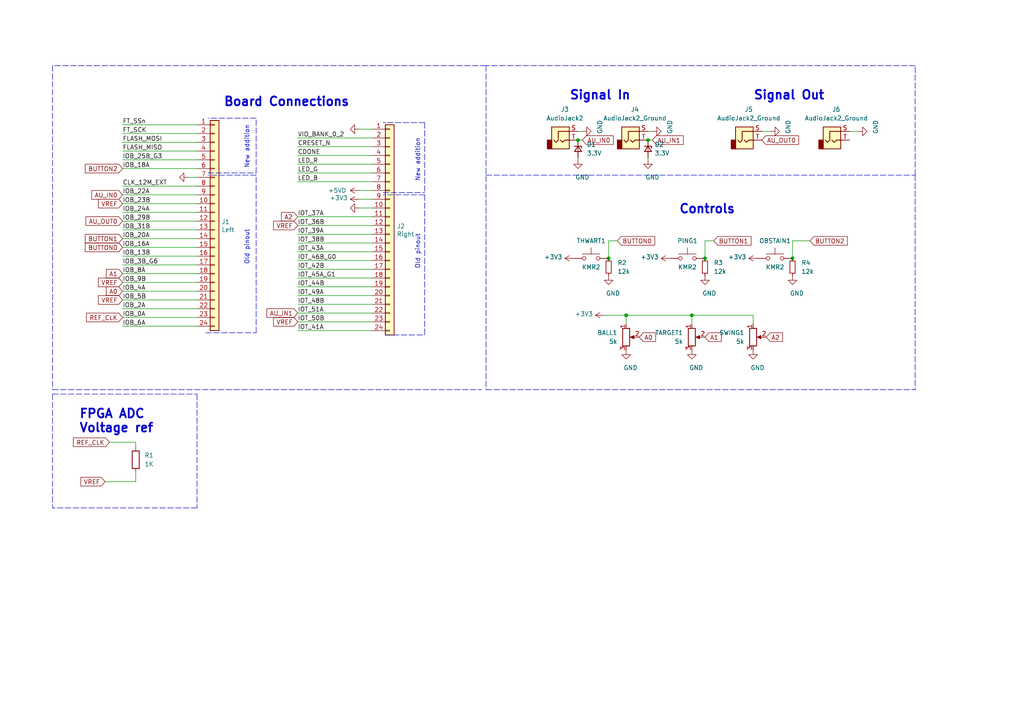
<source format=kicad_sch>
(kicad_sch (version 20210126) (generator eeschema)
  (paper "A4")
  (lib_symbols
    (symbol "Connector:AudioJack2"
      (property "Reference" "J" (at 0 8.89 0))
      (property "Value" "AudioJack2" (at 0 6.35 0))
      (symbol "AudioJack2_0_1"
        (rectangle (start -3.81 0) (end -2.54 -2.54) (stroke (width 0.254)) (fill (type outline)))
        (rectangle (start -2.54 3.81) (end 2.54 -2.54) (stroke (width 0.254)) (fill (type background)))
        (polyline (pts (xy 0 0) (xy 0.635 -0.635) (xy 1.27 0) (xy 2.54 0)) (stroke (width 0.254)))
        (polyline (pts (xy 2.54 2.54) (xy -0.635 2.54) (xy -0.635 0) (xy -1.27 -0.635) (xy -1.905 0)) (stroke (width 0.254)))
      )
      (symbol "AudioJack2_1_1"
        (pin passive line (at 5.08 2.54 180) (length 2.54) (name "~") (number "S"))
        (pin passive line (at 5.08 0 180) (length 2.54) (name "~") (number "T"))
      )
    )
    (symbol "Device:D_Zener_Small" (pin_numbers hide) (pin_names (offset 0.254) hide)
      (property "Reference" "D" (at 0 2.286 0))
      (property "Value" "D_Zener_Small" (at 0 -2.286 0))
      (symbol "D_Zener_Small_0_1"
        (polyline (pts (xy 0.762 0) (xy -0.762 0)))
        (polyline (pts (xy -0.254 1.016) (xy -0.762 1.016) (xy -0.762 -1.016)) (stroke (width 0.254)))
        (polyline (pts (xy 0.762 1.016) (xy -0.762 0) (xy 0.762 -1.016) (xy 0.762 1.016)) (stroke (width 0.254)))
      )
      (symbol "D_Zener_Small_1_1"
        (pin passive line (at -2.54 0 0) (length 1.778) (name "K") (number "1"))
        (pin passive line (at 2.54 0 180) (length 1.778) (name "A") (number "2"))
      )
    )
    (symbol "Device:R" (pin_numbers hide) (pin_names (offset 0))
      (property "Reference" "R" (at 2.032 0 90))
      (property "Value" "R" (at 0 0 90))
      (symbol "R_0_1"
        (rectangle (start -1.016 -2.54) (end 1.016 2.54) (stroke (width 0.254)))
      )
      (symbol "R_1_1"
        (pin passive line (at 0 3.81 270) (length 1.27) (name "~") (number "1"))
        (pin passive line (at 0 -3.81 90) (length 1.27) (name "~") (number "2"))
      )
    )
    (symbol "Device:R_Potentiometer" (pin_names (offset 1.016) hide)
      (property "Reference" "RV" (at -4.445 0 90))
      (property "Value" "R_Potentiometer" (at -2.54 0 90))
      (symbol "R_Potentiometer_0_1"
        (rectangle (start 1.016 2.54) (end -1.016 -2.54) (stroke (width 0.254)))
        (polyline (pts (xy 2.54 0) (xy 1.524 0)))
        (polyline (pts (xy 1.143 0) (xy 2.286 0.508) (xy 2.286 -0.508) (xy 1.143 0)) (fill (type outline)))
      )
      (symbol "R_Potentiometer_1_1"
        (pin passive line (at 0 3.81 270) (length 1.27) (name "1") (number "1"))
        (pin passive line (at 3.81 0 180) (length 1.27) (name "2") (number "2"))
        (pin passive line (at 0 -3.81 90) (length 1.27) (name "3") (number "3"))
      )
    )
    (symbol "Device:R_Small" (pin_numbers hide) (pin_names (offset 0.254) hide)
      (property "Reference" "R" (at 0.762 0.508 0))
      (property "Value" "R_Small" (at 0.762 -1.016 0))
      (symbol "R_Small_0_1"
        (rectangle (start -0.762 1.778) (end 0.762 -1.778) (stroke (width 0.2032)))
      )
      (symbol "R_Small_1_1"
        (pin passive line (at 0 2.54 270) (length 0.762) (name "~") (number "1"))
        (pin passive line (at 0 -2.54 90) (length 0.762) (name "~") (number "2"))
      )
    )
    (symbol "Switch:SW_Push" (pin_numbers hide) (pin_names (offset 1.016) hide)
      (property "Reference" "SW" (at 1.27 2.54 0))
      (property "Value" "SW_Push" (at 0 -1.524 0))
      (symbol "SW_Push_0_1"
        (circle (center -2.032 0) (radius 0.508))
        (circle (center 2.032 0) (radius 0.508))
        (polyline (pts (xy 0 1.27) (xy 0 3.048)))
        (polyline (pts (xy 2.54 1.27) (xy -2.54 1.27)))
        (pin passive line (at -5.08 0 0) (length 2.54) (name "1") (number "1"))
        (pin passive line (at 5.08 0 180) (length 2.54) (name "2") (number "2"))
      )
    )
    (symbol "UPduino_v3.0:Connector_Generic_Conn_01x24" (pin_names (offset 1.016) hide)
      (property "Reference" "J" (at 0 30.48 0))
      (property "Value" "Connector_Generic_Conn_01x24" (at 0 -33.02 0))
      (symbol "Connector_Generic_Conn_01x24_1_1"
        (rectangle (start -1.27 -30.353) (end 0 -30.607) (stroke (width 0.1524)))
        (rectangle (start -1.27 -27.813) (end 0 -28.067) (stroke (width 0.1524)))
        (rectangle (start -1.27 -25.273) (end 0 -25.527) (stroke (width 0.1524)))
        (rectangle (start -1.27 -22.733) (end 0 -22.987) (stroke (width 0.1524)))
        (rectangle (start -1.27 -20.193) (end 0 -20.447) (stroke (width 0.1524)))
        (rectangle (start -1.27 -17.653) (end 0 -17.907) (stroke (width 0.1524)))
        (rectangle (start -1.27 -15.113) (end 0 -15.367) (stroke (width 0.1524)))
        (rectangle (start -1.27 -12.573) (end 0 -12.827) (stroke (width 0.1524)))
        (rectangle (start -1.27 -10.033) (end 0 -10.287) (stroke (width 0.1524)))
        (rectangle (start -1.27 -7.493) (end 0 -7.747) (stroke (width 0.1524)))
        (rectangle (start -1.27 -4.953) (end 0 -5.207) (stroke (width 0.1524)))
        (rectangle (start -1.27 -2.413) (end 0 -2.667) (stroke (width 0.1524)))
        (rectangle (start -1.27 0.127) (end 0 -0.127) (stroke (width 0.1524)))
        (rectangle (start -1.27 2.667) (end 0 2.413) (stroke (width 0.1524)))
        (rectangle (start -1.27 5.207) (end 0 4.953) (stroke (width 0.1524)))
        (rectangle (start -1.27 7.747) (end 0 7.493) (stroke (width 0.1524)))
        (rectangle (start -1.27 10.287) (end 0 10.033) (stroke (width 0.1524)))
        (rectangle (start -1.27 12.827) (end 0 12.573) (stroke (width 0.1524)))
        (rectangle (start -1.27 15.367) (end 0 15.113) (stroke (width 0.1524)))
        (rectangle (start -1.27 17.907) (end 0 17.653) (stroke (width 0.1524)))
        (rectangle (start -1.27 20.447) (end 0 20.193) (stroke (width 0.1524)))
        (rectangle (start -1.27 22.987) (end 0 22.733) (stroke (width 0.1524)))
        (rectangle (start -1.27 25.527) (end 0 25.273) (stroke (width 0.1524)))
        (rectangle (start -1.27 28.067) (end 0 27.813) (stroke (width 0.1524)))
        (rectangle (start -1.27 29.21) (end 1.27 -31.75) (stroke (width 0.254)) (fill (type background)))
        (pin passive line (at -5.08 27.94 0) (length 3.81) (name "Pin_1") (number "1"))
        (pin passive line (at -5.08 5.08 0) (length 3.81) (name "Pin_10") (number "10"))
        (pin passive line (at -5.08 2.54 0) (length 3.81) (name "Pin_11") (number "11"))
        (pin passive line (at -5.08 0 0) (length 3.81) (name "Pin_12") (number "12"))
        (pin passive line (at -5.08 -2.54 0) (length 3.81) (name "Pin_13") (number "13"))
        (pin passive line (at -5.08 -5.08 0) (length 3.81) (name "Pin_14") (number "14"))
        (pin passive line (at -5.08 -7.62 0) (length 3.81) (name "Pin_15") (number "15"))
        (pin passive line (at -5.08 -10.16 0) (length 3.81) (name "Pin_16") (number "16"))
        (pin passive line (at -5.08 -12.7 0) (length 3.81) (name "Pin_17") (number "17"))
        (pin passive line (at -5.08 -15.24 0) (length 3.81) (name "Pin_18") (number "18"))
        (pin passive line (at -5.08 -17.78 0) (length 3.81) (name "Pin_19") (number "19"))
        (pin passive line (at -5.08 25.4 0) (length 3.81) (name "Pin_2") (number "2"))
        (pin passive line (at -5.08 -20.32 0) (length 3.81) (name "Pin_20") (number "20"))
        (pin passive line (at -5.08 -22.86 0) (length 3.81) (name "Pin_21") (number "21"))
        (pin passive line (at -5.08 -25.4 0) (length 3.81) (name "Pin_22") (number "22"))
        (pin passive line (at -5.08 -27.94 0) (length 3.81) (name "Pin_23") (number "23"))
        (pin passive line (at -5.08 -30.48 0) (length 3.81) (name "Pin_24") (number "24"))
        (pin passive line (at -5.08 22.86 0) (length 3.81) (name "Pin_3") (number "3"))
        (pin passive line (at -5.08 20.32 0) (length 3.81) (name "Pin_4") (number "4"))
        (pin passive line (at -5.08 17.78 0) (length 3.81) (name "Pin_5") (number "5"))
        (pin passive line (at -5.08 15.24 0) (length 3.81) (name "Pin_6") (number "6"))
        (pin passive line (at -5.08 12.7 0) (length 3.81) (name "Pin_7") (number "7"))
        (pin passive line (at -5.08 10.16 0) (length 3.81) (name "Pin_8") (number "8"))
        (pin passive line (at -5.08 7.62 0) (length 3.81) (name "Pin_9") (number "9"))
      )
    )
    (symbol "UPduino_v3.0:power_+3.3V" (power) (pin_names (offset 0))
      (property "Value" "power_+3.3V" (at 0 3.556 0))
      (symbol "power_+3.3V_0_1"
        (polyline (pts (xy -0.762 1.27) (xy 0 2.54)))
        (polyline (pts (xy 0 0) (xy 0 2.54)))
        (polyline (pts (xy 0 2.54) (xy 0.762 1.27)))
      )
      (symbol "power_+3.3V_1_1"
        (pin power_in line (at 0 0 90) (length 0) hide (name "+3V3") (number "1"))
      )
    )
    (symbol "UPduino_v3.0:power_+5VD" (power) (pin_names (offset 0))
      (property "Value" "power_+5VD" (at 0 3.556 0))
      (symbol "power_+5VD_0_1"
        (polyline (pts (xy -0.762 1.27) (xy 0 2.54)))
        (polyline (pts (xy 0 0) (xy 0 2.54)))
        (polyline (pts (xy 0 2.54) (xy 0.762 1.27)))
      )
      (symbol "power_+5VD_1_1"
        (pin power_in line (at 0 0 90) (length 0) hide (name "+5VD") (number "1"))
      )
    )
    (symbol "UPduino_v3.0:power_GND" (power) (pin_names (offset 0))
      (property "Value" "power_GND" (at 0 -3.81 0))
      (symbol "power_GND_0_1"
        (polyline (pts (xy 0 0) (xy 0 -1.27) (xy 1.27 -1.27) (xy 0 -2.54) (xy -1.27 -1.27) (xy 0 -1.27)))
      )
      (symbol "power_GND_1_1"
        (pin power_in line (at 0 0 270) (length 0) hide (name "GND") (number "1"))
      )
    )
    (symbol "power:GND" (power) (pin_names (offset 0))
      (property "Value" "GND" (at 0 -3.81 0))
      (symbol "GND_0_1"
        (polyline (pts (xy 0 0) (xy 0 -1.27) (xy 1.27 -1.27) (xy 0 -2.54) (xy -1.27 -1.27) (xy 0 -1.27)))
      )
      (symbol "GND_1_1"
        (pin power_in line (at 0 0 270) (length 0) hide (name "GND") (number "1"))
      )
    )
  )
  (junction (at 167.64 40.64) (diameter 0.9144))
  (junction (at 176.53 74.93) (diameter 0.9144))
  (junction (at 181.61 91.44) (diameter 0.9144))
  (junction (at 187.96 40.64) (diameter 0.9144))
  (junction (at 200.66 91.44) (diameter 0.9144))
  (junction (at 204.47 74.93) (diameter 0.9144))
  (junction (at 229.87 74.93) (diameter 0.9144))
  (wire (pts (xy 30.48 139.7) (xy 39.37 139.7)))
  (wire (pts (xy 31.75 128.27) (xy 39.37 128.27)))
  (wire (pts (xy 35.56 53.975) (xy 57.15 53.975)))
  (wire (pts (xy 39.37 128.27) (xy 39.37 129.54)))
  (wire (pts (xy 39.37 137.16) (xy 39.37 139.7)))
  (wire (pts (xy 57.15 36.195) (xy 35.56 36.195)))
  (wire (pts (xy 57.15 38.735) (xy 35.56 38.735)))
  (wire (pts (xy 57.15 41.275) (xy 35.56 41.275)))
  (wire (pts (xy 57.15 43.815) (xy 35.56 43.815)))
  (wire (pts (xy 57.15 46.355) (xy 35.56 46.355)))
  (wire (pts (xy 57.15 48.895) (xy 35.56 48.895)))
  (wire (pts (xy 57.15 51.435) (xy 54.61 51.435)))
  (wire (pts (xy 57.15 56.515) (xy 35.56 56.515)))
  (wire (pts (xy 57.15 59.055) (xy 35.56 59.055)))
  (wire (pts (xy 57.15 61.595) (xy 35.56 61.595)))
  (wire (pts (xy 57.15 64.135) (xy 35.56 64.135)))
  (wire (pts (xy 57.15 66.675) (xy 35.56 66.675)))
  (wire (pts (xy 57.15 69.215) (xy 35.56 69.215)))
  (wire (pts (xy 57.15 71.755) (xy 35.56 71.755)))
  (wire (pts (xy 57.15 74.295) (xy 35.56 74.295)))
  (wire (pts (xy 57.15 76.835) (xy 35.56 76.835)))
  (wire (pts (xy 57.15 79.375) (xy 35.56 79.375)))
  (wire (pts (xy 57.15 81.915) (xy 35.56 81.915)))
  (wire (pts (xy 57.15 84.455) (xy 35.56 84.455)))
  (wire (pts (xy 57.15 86.995) (xy 35.56 86.995)))
  (wire (pts (xy 57.15 89.535) (xy 35.56 89.535)))
  (wire (pts (xy 57.15 92.075) (xy 35.56 92.075)))
  (wire (pts (xy 57.15 94.615) (xy 35.56 94.615)))
  (wire (pts (xy 86.36 40.005) (xy 107.95 40.005)))
  (wire (pts (xy 104.14 37.465) (xy 107.95 37.465)))
  (wire (pts (xy 107.95 42.545) (xy 86.36 42.545)))
  (wire (pts (xy 107.95 45.085) (xy 86.36 45.085)))
  (wire (pts (xy 107.95 47.625) (xy 86.36 47.625)))
  (wire (pts (xy 107.95 50.165) (xy 86.36 50.165)))
  (wire (pts (xy 107.95 52.705) (xy 86.36 52.705)))
  (wire (pts (xy 107.95 55.245) (xy 104.14 55.245)))
  (wire (pts (xy 107.95 57.785) (xy 104.14 57.785)))
  (wire (pts (xy 107.95 60.325) (xy 104.14 60.325)))
  (wire (pts (xy 107.95 62.865) (xy 86.36 62.865)))
  (wire (pts (xy 107.95 65.405) (xy 86.36 65.405)))
  (wire (pts (xy 107.95 67.945) (xy 86.36 67.945)))
  (wire (pts (xy 107.95 70.485) (xy 86.36 70.485)))
  (wire (pts (xy 107.95 73.025) (xy 86.36 73.025)))
  (wire (pts (xy 107.95 75.565) (xy 86.36 75.565)))
  (wire (pts (xy 107.95 78.105) (xy 86.36 78.105)))
  (wire (pts (xy 107.95 80.645) (xy 86.36 80.645)))
  (wire (pts (xy 107.95 83.185) (xy 86.36 83.185)))
  (wire (pts (xy 107.95 85.725) (xy 86.36 85.725)))
  (wire (pts (xy 107.95 88.265) (xy 86.36 88.265)))
  (wire (pts (xy 107.95 90.805) (xy 86.36 90.805)))
  (wire (pts (xy 107.95 93.345) (xy 86.36 93.345)))
  (wire (pts (xy 107.95 95.885) (xy 86.36 95.885)))
  (wire (pts (xy 167.64 46.355) (xy 167.64 45.72)))
  (wire (pts (xy 168.91 38.1) (xy 167.64 38.1)))
  (wire (pts (xy 168.91 40.64) (xy 167.64 40.64)))
  (wire (pts (xy 175.26 91.44) (xy 181.61 91.44)))
  (wire (pts (xy 176.53 69.85) (xy 176.53 74.93)))
  (wire (pts (xy 179.07 69.85) (xy 176.53 69.85)))
  (wire (pts (xy 181.61 91.44) (xy 181.61 93.98)))
  (wire (pts (xy 181.61 91.44) (xy 200.66 91.44)))
  (wire (pts (xy 187.96 40.64) (xy 189.23 40.64)))
  (wire (pts (xy 187.96 46.355) (xy 187.96 45.72)))
  (wire (pts (xy 189.23 38.1) (xy 187.96 38.1)))
  (wire (pts (xy 200.66 91.44) (xy 200.66 93.98)))
  (wire (pts (xy 200.66 91.44) (xy 218.44 91.44)))
  (wire (pts (xy 204.47 69.85) (xy 204.47 74.93)))
  (wire (pts (xy 207.01 69.85) (xy 204.47 69.85)))
  (wire (pts (xy 218.44 91.44) (xy 218.44 93.98)))
  (wire (pts (xy 223.52 38.1) (xy 220.98 38.1)))
  (wire (pts (xy 229.87 69.85) (xy 229.87 74.93)))
  (wire (pts (xy 234.95 69.85) (xy 229.87 69.85)))
  (wire (pts (xy 248.92 38.1) (xy 246.38 38.1)))
  (polyline (pts (xy 15.24 19.05) (xy 15.24 113.03)) (stroke (width 0) (type dash)))
  (polyline (pts (xy 15.24 113.03) (xy 139.7 113.03)) (stroke (width 0) (type dash)))
  (polyline (pts (xy 15.24 114.3) (xy 15.24 147.32)) (stroke (width 0) (type dash)))
  (polyline (pts (xy 15.24 114.3) (xy 57.15 114.3)) (stroke (width 0) (type dash)))
  (polyline (pts (xy 57.15 114.3) (xy 57.15 147.32)) (stroke (width 0) (type dash)))
  (polyline (pts (xy 57.15 147.32) (xy 15.24 147.32)) (stroke (width 0) (type dash)))
  (polyline (pts (xy 59.69 96.52) (xy 74.295 96.52)) (stroke (width 0) (type dash)))
  (polyline (pts (xy 60.325 50.165) (xy 74.295 50.165)) (stroke (width 0) (type dash)))
  (polyline (pts (xy 74.295 34.29) (xy 60.325 34.29)) (stroke (width 0) (type dash)))
  (polyline (pts (xy 74.295 50.165) (xy 74.295 34.29)) (stroke (width 0) (type dash)))
  (polyline (pts (xy 74.295 50.8) (xy 60.325 50.8)) (stroke (width 0) (type dash)))
  (polyline (pts (xy 74.295 96.52) (xy 74.295 50.8)) (stroke (width 0) (type dash)))
  (polyline (pts (xy 111.125 55.88) (xy 123.19 55.88)) (stroke (width 0) (type dash)))
  (polyline (pts (xy 111.76 97.155) (xy 123.19 97.155)) (stroke (width 0) (type dash)))
  (polyline (pts (xy 123.19 35.56) (xy 111.125 35.56)) (stroke (width 0) (type dash)))
  (polyline (pts (xy 123.19 35.56) (xy 123.19 55.88)) (stroke (width 0) (type dash)))
  (polyline (pts (xy 123.19 56.515) (xy 111.125 56.515)) (stroke (width 0) (type dash)))
  (polyline (pts (xy 123.19 56.515) (xy 123.19 97.155)) (stroke (width 0) (type dash)))
  (polyline (pts (xy 140.97 19.05) (xy 15.24 19.05)) (stroke (width 0) (type dash)))
  (polyline (pts (xy 140.97 19.05) (xy 140.97 113.03)) (stroke (width 0) (type dash)))
  (polyline (pts (xy 140.97 50.8) (xy 265.43 50.8)) (stroke (width 0) (type dash)))
  (polyline (pts (xy 140.97 113.03) (xy 265.43 113.03)) (stroke (width 0) (type dash)))
  (polyline (pts (xy 265.43 19.05) (xy 140.97 19.05)) (stroke (width 0) (type dash)))
  (polyline (pts (xy 265.43 50.8) (xy 265.43 19.05)) (stroke (width 0) (type dash)))
  (polyline (pts (xy 265.43 50.8) (xy 265.43 113.03)) (stroke (width 0) (type dash)))
  (text "FPGA ADC\nVoltage ref\n" (at 22.86 125.73 0) (effects (font (size 2.54 2.54) (thickness 0.508) bold) (justify left bottom)))
  (text "Board Connections" (at 64.77 31.115 0) (effects (font (size 2.54 2.54) (thickness 0.508) bold) (justify left bottom)))
  (text "New addition" (at 72.39 48.895 90) (effects (font (size 1.27 1.27)) (justify left bottom)))
  (text "Old pinout" (at 72.39 76.835 90) (effects (font (size 1.27 1.27)) (justify left bottom)))
  (text "New addition" (at 121.92 52.705 90) (effects (font (size 1.27 1.27)) (justify left bottom)))
  (text "Old pinout" (at 121.92 78.105 90) (effects (font (size 1.27 1.27)) (justify left bottom)))
  (text "Signal In" (at 165.1 29.21 0) (effects (font (size 2.54 2.54) (thickness 0.508) bold) (justify left bottom)))
  (text "Controls\n" (at 196.85 62.23 0) (effects (font (size 2.54 2.54) (thickness 0.508) bold) (justify left bottom)))
  (text "Signal Out" (at 218.44 29.21 0) (effects (font (size 2.54 2.54) (thickness 0.508) bold) (justify left bottom)))
  (label "FT_SSn" (at 35.56 36.195 0))
  (label "FT_SCK" (at 35.56 38.735 0))
  (label "FLASH_MOSI" (at 35.56 41.275 0))
  (label "FLASH_MISO" (at 35.56 43.815 0))
  (label "IOB_25B_G3" (at 35.56 46.355 0))
  (label "IOB_18A" (at 35.56 48.895 0))
  (label "CLK_12M_EXT" (at 35.56 53.975 0))
  (label "IOB_22A" (at 35.56 56.515 0))
  (label "IOB_23B" (at 35.56 59.055 0))
  (label "IOB_24A" (at 35.56 61.595 0))
  (label "IOB_29B" (at 35.56 64.135 0))
  (label "IOB_31B" (at 35.56 66.675 0))
  (label "IOB_20A" (at 35.56 69.215 0))
  (label "IOB_16A" (at 35.56 71.755 0))
  (label "IOB_13B" (at 35.56 74.295 0))
  (label "IOB_3B_G6" (at 35.56 76.835 0))
  (label "IOB_8A" (at 35.56 79.375 0))
  (label "IOB_9B" (at 35.56 81.915 0))
  (label "IOB_4A" (at 35.56 84.455 0))
  (label "IOB_5B" (at 35.56 86.995 0))
  (label "IOB_2A" (at 35.56 89.535 0))
  (label "IOB_0A" (at 35.56 92.075 0))
  (label "IOB_6A" (at 35.56 94.615 0))
  (label "VIO_BANK_0_2" (at 86.36 40.005 0))
  (label "CRESET_N" (at 86.36 42.545 0))
  (label "CDONE" (at 86.36 45.085 0))
  (label "LED_R" (at 86.36 47.625 0))
  (label "LED_G" (at 86.36 50.165 0))
  (label "LED_B" (at 86.36 52.705 0))
  (label "IOT_37A" (at 86.36 62.865 0))
  (label "IOT_36B" (at 86.36 65.405 0))
  (label "IOT_39A" (at 86.36 67.945 0))
  (label "IOT_38B" (at 86.36 70.485 0))
  (label "IOT_43A" (at 86.36 73.025 0))
  (label "IOT_46B_G0" (at 86.36 75.565 0))
  (label "IOT_42B" (at 86.36 78.105 0))
  (label "IOT_45A_G1" (at 86.36 80.645 0))
  (label "IOT_44B" (at 86.36 83.185 0))
  (label "IOT_49A" (at 86.36 85.725 0))
  (label "IOT_48B" (at 86.36 88.265 0))
  (label "IOT_51A" (at 86.36 90.805 0))
  (label "IOT_50B" (at 86.36 93.345 0))
  (label "IOT_41A" (at 86.36 95.885 0))
  (global_label "VREF" (shape input) (at 30.48 139.7 180) (property "Intersheet References" "${INTERSHEET_REFS}" (effects hide)))
  (global_label "REF_CLK" (shape input) (at 31.75 128.27 180) (property "Intersheet References" "${INTERSHEET_REFS}" (effects hide)))
  (global_label "BUTTON2" (shape input) (at 35.56 48.895 180) (property "Intersheet References" "${INTERSHEET_REFS}" (effects hide)))
  (global_label "AU_IN0" (shape input) (at 35.56 56.515 180) (property "Intersheet References" "${INTERSHEET_REFS}" (effects hide)))
  (global_label "VREF" (shape input) (at 35.56 59.055 180) (property "Intersheet References" "${INTERSHEET_REFS}" (effects hide)))
  (global_label "AU_OUT0" (shape input) (at 35.56 64.135 180) (property "Intersheet References" "${INTERSHEET_REFS}" (effects hide)))
  (global_label "BUTTON1" (shape input) (at 35.56 69.215 180) (property "Intersheet References" "${INTERSHEET_REFS}" (effects hide)))
  (global_label "BUTTON0" (shape input) (at 35.56 71.755 180) (property "Intersheet References" "${INTERSHEET_REFS}" (effects hide)))
  (global_label "A1" (shape input) (at 35.56 79.375 180) (property "Intersheet References" "${INTERSHEET_REFS}" (effects hide)))
  (global_label "VREF" (shape input) (at 35.56 81.915 180) (property "Intersheet References" "${INTERSHEET_REFS}" (effects hide)))
  (global_label "A0" (shape input) (at 35.56 84.455 180) (property "Intersheet References" "${INTERSHEET_REFS}" (effects hide)))
  (global_label "VREF" (shape input) (at 35.56 86.995 180) (property "Intersheet References" "${INTERSHEET_REFS}" (effects hide)))
  (global_label "REF_CLK" (shape input) (at 35.56 92.075 180) (property "Intersheet References" "${INTERSHEET_REFS}" (effects hide)))
  (global_label "A2" (shape input) (at 86.36 62.865 180) (property "Intersheet References" "${INTERSHEET_REFS}" (effects hide)))
  (global_label "VREF" (shape input) (at 86.36 65.405 180) (property "Intersheet References" "${INTERSHEET_REFS}" (effects hide)))
  (global_label "AU_IN1" (shape input) (at 86.36 90.805 180) (property "Intersheet References" "${INTERSHEET_REFS}" (effects hide)))
  (global_label "VREF" (shape input) (at 86.36 93.345 180) (property "Intersheet References" "${INTERSHEET_REFS}" (effects hide)))
  (global_label "AU_IN0" (shape input) (at 168.91 40.64 0) (property "Intersheet References" "${INTERSHEET_REFS}" (effects hide)))
  (global_label "BUTTON0" (shape input) (at 179.07 69.85 0) (property "Intersheet References" "${INTERSHEET_REFS}" (effects hide)))
  (global_label "A0" (shape input) (at 185.42 97.79 0) (property "Intersheet References" "${INTERSHEET_REFS}" (effects hide)))
  (global_label "AU_IN1" (shape input) (at 189.23 40.64 0) (property "Intersheet References" "${INTERSHEET_REFS}" (effects hide)))
  (global_label "A1" (shape input) (at 204.47 97.79 0) (property "Intersheet References" "${INTERSHEET_REFS}" (effects hide)))
  (global_label "BUTTON1" (shape input) (at 207.01 69.85 0) (property "Intersheet References" "${INTERSHEET_REFS}" (effects hide)))
  (global_label "AU_OUT0" (shape input) (at 220.98 40.64 0) (property "Intersheet References" "${INTERSHEET_REFS}" (effects hide)))
  (global_label "A2" (shape input) (at 222.25 97.79 0) (property "Intersheet References" "${INTERSHEET_REFS}" (effects hide)))
  (global_label "BUTTON2" (shape input) (at 234.95 69.85 0) (property "Intersheet References" "${INTERSHEET_REFS}" (effects hide)))
  (symbol (lib_id "UPduino_v3.0:power_+5VD") (at 104.14 55.245 90) (unit 1)
    (property "Reference" "#PWR0113" (effects hide))
    (property "Value" "+5VD" (at 97.79 55.245 90))
  )
  (symbol (lib_id "UPduino_v3.0:power_+3.3V") (at 104.14 57.785 90) (unit 1)
    (property "Reference" "#PWR0112" (effects hide))
    (property "Value" "+3.3V" (at 100.8888 57.404 90) (effects (justify left)))
  )
  (symbol (lib_id "UPduino_v3.0:power_+3.3V") (at 166.37 74.93 90) (unit 1)
    (property "Reference" "#PWR0115" (effects hide))
    (property "Value" "+3.3V" (at 163.1188 74.549 90) (effects (justify left)))
  )
  (symbol (lib_id "UPduino_v3.0:power_+3.3V") (at 175.26 91.44 90) (unit 1)
    (property "Reference" "#PWR0106" (effects hide))
    (property "Value" "+3.3V" (at 172.0088 91.059 90) (effects (justify left)))
  )
  (symbol (lib_id "UPduino_v3.0:power_+3.3V") (at 194.31 74.93 90) (unit 1)
    (property "Reference" "#PWR0102" (effects hide))
    (property "Value" "+3.3V" (at 191.0588 74.549 90) (effects (justify left)))
  )
  (symbol (lib_id "UPduino_v3.0:power_+3.3V") (at 219.71 74.93 90) (unit 1)
    (property "Reference" "#PWR0101" (effects hide))
    (property "Value" "+3.3V" (at 216.4588 74.549 90) (effects (justify left)))
  )
  (symbol (lib_id "UPduino_v3.0:power_GND") (at 54.61 51.435 270) (unit 1)
    (property "Reference" "#PWR0110" (effects hide))
    (property "Value" "GND" (effects hide))
  )
  (symbol (lib_id "UPduino_v3.0:power_GND") (at 104.14 37.465 270) (unit 1)
    (property "Reference" "#PWR0114" (effects hide))
    (property "Value" "GND" (effects hide))
  )
  (symbol (lib_id "UPduino_v3.0:power_GND") (at 104.14 60.325 270) (unit 1)
    (property "Reference" "#PWR0111" (effects hide))
    (property "Value" "GND" (effects hide))
  )
  (symbol (lib_id "power:GND") (at 167.64 46.355 0) (unit 1)
    (property "Reference" "#PWR0121" (effects hide))
    (property "Value" "GND" (at 168.91 51.435 0))
  )
  (symbol (lib_id "power:GND") (at 168.91 38.1 90) (unit 1)
    (property "Reference" "#PWR0116" (effects hide))
    (property "Value" "GND" (at 173.99 36.83 0))
  )
  (symbol (lib_id "power:GND") (at 176.53 80.01 0) (unit 1)
    (property "Reference" "#PWR0103" (effects hide))
    (property "Value" "GND" (at 177.8 85.09 0))
  )
  (symbol (lib_id "power:GND") (at 181.61 101.6 0) (unit 1)
    (property "Reference" "#PWR0105" (effects hide))
    (property "Value" "GND" (at 182.88 106.68 0))
  )
  (symbol (lib_id "power:GND") (at 187.96 46.355 0) (unit 1)
    (property "Reference" "#PWR0120" (effects hide))
    (property "Value" "GND" (at 189.23 51.435 0))
  )
  (symbol (lib_id "power:GND") (at 189.23 38.1 90) (unit 1)
    (property "Reference" "#PWR0117" (effects hide))
    (property "Value" "GND" (at 194.31 36.83 0))
  )
  (symbol (lib_id "power:GND") (at 200.66 101.6 0) (unit 1)
    (property "Reference" "#PWR0109" (effects hide))
    (property "Value" "GND" (at 201.93 106.68 0))
  )
  (symbol (lib_id "power:GND") (at 204.47 80.01 0) (unit 1)
    (property "Reference" "#PWR0104" (effects hide))
    (property "Value" "GND" (at 205.74 85.09 0))
  )
  (symbol (lib_id "power:GND") (at 218.44 101.6 0) (unit 1)
    (property "Reference" "#PWR0107" (effects hide))
    (property "Value" "GND" (at 219.71 106.68 0))
  )
  (symbol (lib_id "power:GND") (at 223.52 38.1 90) (unit 1)
    (property "Reference" "#PWR0118" (effects hide))
    (property "Value" "GND" (at 228.6 36.83 0))
  )
  (symbol (lib_id "power:GND") (at 229.87 80.01 0) (unit 1)
    (property "Reference" "#PWR0108" (effects hide))
    (property "Value" "GND" (at 231.14 85.09 0))
  )
  (symbol (lib_id "power:GND") (at 248.92 38.1 90) (unit 1)
    (property "Reference" "#PWR0119" (effects hide))
    (property "Value" "GND" (at 254 36.83 0))
  )
  (symbol (lib_id "Device:R_Small") (at 176.53 77.47 0) (unit 1)
    (property "Reference" "R2" (at 179.07 76.2 0) (effects (justify left)))
    (property "Value" "12k" (at 179.07 78.74 0) (effects (justify left)))
    (property "Footprint" "Resistor_THT:R_Axial_DIN0204_L3.6mm_D1.6mm_P5.08mm_Horizontal" (effects hide))
  )
  (symbol (lib_id "Device:R_Small") (at 204.47 77.47 0) (unit 1)
    (property "Reference" "R3" (at 207.01 76.2 0) (effects (justify left)))
    (property "Value" "12k" (at 207.01 78.74 0) (effects (justify left)))
    (property "Footprint" "Resistor_THT:R_Axial_DIN0204_L3.6mm_D1.6mm_P5.08mm_Horizontal" (effects hide))
  )
  (symbol (lib_id "Device:R_Small") (at 229.87 77.47 0) (unit 1)
    (property "Reference" "R4" (at 232.41 76.2 0) (effects (justify left)))
    (property "Value" "12k" (at 232.41 78.74 0) (effects (justify left)))
    (property "Footprint" "Resistor_THT:R_Axial_DIN0204_L3.6mm_D1.6mm_P5.08mm_Horizontal" (effects hide))
  )
  (symbol (lib_id "Device:D_Zener_Small") (at 167.64 43.18 270) (unit 1)
    (property "Reference" "D1" (at 170.18 41.91 90) (effects (justify left)))
    (property "Value" "3.3V" (at 170.18 44.45 90) (effects (justify left)))
    (property "Footprint" "Diode_THT:D_DO-35_SOD27_P7.62mm_Horizontal" (effects hide))
  )
  (symbol (lib_id "Device:D_Zener_Small") (at 187.96 43.18 270) (unit 1)
    (property "Reference" "D2" (at 189.865 41.91 90) (effects (justify left)))
    (property "Value" "3.3V" (at 189.865 44.45 90) (effects (justify left)))
    (property "Footprint" "Diode_THT:D_DO-35_SOD27_P7.62mm_Horizontal" (effects hide))
  )
  (symbol (lib_id "Device:R") (at 39.37 133.35 0) (unit 1)
    (property "Reference" "R1" (at 41.91 132.08 0) (effects (justify left)))
    (property "Value" "1K" (at 41.91 134.62 0) (effects (justify left)))
    (property "Footprint" "Resistor_THT:R_Axial_DIN0204_L3.6mm_D1.6mm_P5.08mm_Horizontal" (effects hide))
  )
  (symbol (lib_id "Switch:SW_Push") (at 171.45 74.93 0) (mirror y) (unit 1)
    (property "Reference" "THWART1" (at 171.45 69.85 0))
    (property "Value" "KMR2" (at 171.45 77.47 0))
    (property "Footprint" "josh-buttons-switches:SW_Push_KMR2" (effects hide))
    (property "LCSC" "C72443" (effects hide))
    (property "MPN" "KMR221GLFS" (effects hide))
    (property "MPN2" "TS-1185EC-C-D-B" (effects hide))
    (property "Manufacturer" "C&K" (effects hide))
    (property "Manufacturer2" "XKB Connectivity" (effects hide))
  )
  (symbol (lib_id "Switch:SW_Push") (at 199.39 74.93 0) (mirror y) (unit 1)
    (property "Reference" "PING1" (at 199.39 69.85 0))
    (property "Value" "KMR2" (at 199.39 77.47 0))
    (property "Footprint" "josh-buttons-switches:SW_Push_KMR2" (effects hide))
    (property "LCSC" "C72443" (effects hide))
    (property "MPN" "KMR221GLFS" (effects hide))
    (property "MPN2" "TS-1185EC-C-D-B" (effects hide))
    (property "Manufacturer" "C&K" (effects hide))
    (property "Manufacturer2" "XKB Connectivity" (effects hide))
  )
  (symbol (lib_id "Switch:SW_Push") (at 224.79 74.93 0) (mirror y) (unit 1)
    (property "Reference" "OBSTAIN1" (at 224.79 69.85 0))
    (property "Value" "KMR2" (at 224.79 77.47 0))
    (property "Footprint" "josh-buttons-switches:SW_Push_KMR2" (effects hide))
    (property "LCSC" "C72443" (effects hide))
    (property "MPN" "KMR221GLFS" (effects hide))
    (property "MPN2" "TS-1185EC-C-D-B" (effects hide))
    (property "Manufacturer" "C&K" (effects hide))
    (property "Manufacturer2" "XKB Connectivity" (effects hide))
  )
  (symbol (lib_id "Device:R_Potentiometer") (at 181.61 97.79 0) (unit 1)
    (property "Reference" "BALL1" (at 179.07 96.52 0) (effects (justify right)))
    (property "Value" "5k" (at 179.07 99.06 0) (effects (justify right)))
    (property "Footprint" "Potentiometer_THT:Potentiometer_Alps_RK09K_Single_Vertical" (effects hide))
  )
  (symbol (lib_id "Device:R_Potentiometer") (at 200.66 97.79 0) (unit 1)
    (property "Reference" "TARGET1" (at 198.12 96.52 0) (effects (justify right)))
    (property "Value" "5k" (at 198.12 99.06 0) (effects (justify right)))
    (property "Footprint" "Potentiometer_THT:Potentiometer_Alps_RK09K_Single_Vertical" (effects hide))
  )
  (symbol (lib_id "Device:R_Potentiometer") (at 218.44 97.79 0) (unit 1)
    (property "Reference" "SWING1" (at 215.9 96.52 0) (effects (justify right)))
    (property "Value" "5k" (at 215.9 99.06 0) (effects (justify right)))
    (property "Footprint" "Potentiometer_THT:Potentiometer_Alps_RK09K_Single_Vertical" (effects hide))
  )
  (symbol (lib_id "Connector:AudioJack2") (at 162.56 40.64 0) (unit 1)
    (property "Reference" "J3" (at 163.83 31.75 0))
    (property "Value" "AudioJack2" (at 163.83 34.29 0))
    (property "Footprint" "Connector_Audio:Jack_3.5mm_QingPu_WQP-PJ398SM_Vertical_CircularHoles" (effects hide))
  )
  (symbol (lib_id "Connector:AudioJack2") (at 182.88 40.64 0) (unit 1)
    (property "Reference" "J4" (at 184.15 31.75 0))
    (property "Value" "AudioJack2_Ground" (at 184.15 34.29 0))
    (property "Footprint" "Connector_Audio:Jack_3.5mm_QingPu_WQP-PJ398SM_Vertical_CircularHoles" (effects hide))
  )
  (symbol (lib_id "Connector:AudioJack2") (at 215.9 40.64 0) (unit 1)
    (property "Reference" "J5" (at 217.17 31.75 0))
    (property "Value" "AudioJack2_Ground" (at 217.17 34.29 0))
    (property "Footprint" "Connector_Audio:Jack_3.5mm_QingPu_WQP-PJ398SM_Vertical_CircularHoles" (effects hide))
  )
  (symbol (lib_id "Connector:AudioJack2") (at 241.3 40.64 0) (unit 1)
    (property "Reference" "J6" (at 242.57 31.75 0))
    (property "Value" "AudioJack2_Ground" (at 242.57 34.29 0))
    (property "Footprint" "Connector_Audio:Jack_3.5mm_QingPu_WQP-PJ398SM_Vertical_CircularHoles" (effects hide))
  )
  (symbol (lib_id "UPduino_v3.0:Connector_Generic_Conn_01x24") (at 62.23 64.135 0) (unit 1)
    (property "Reference" "J1" (at 64.2366 64.3382 0) (effects (justify left)))
    (property "Value" "Left" (at 64.2366 66.6496 0) (effects (justify left)))
    (property "Footprint" "Connector_PinHeader_2.54mm:PinHeader_1x24_P2.54mm_Vertical" (effects hide))
  )
  (symbol (lib_id "UPduino_v3.0:Connector_Generic_Conn_01x24") (at 113.03 65.405 0) (unit 1)
    (property "Reference" "J2" (at 115.062 65.6082 0) (effects (justify left)))
    (property "Value" "Right" (at 115.062 67.9196 0) (effects (justify left)))
    (property "Footprint" "Connector_PinHeader_2.54mm:PinHeader_1x24_P2.54mm_Vertical" (effects hide))
  )
)
</source>
